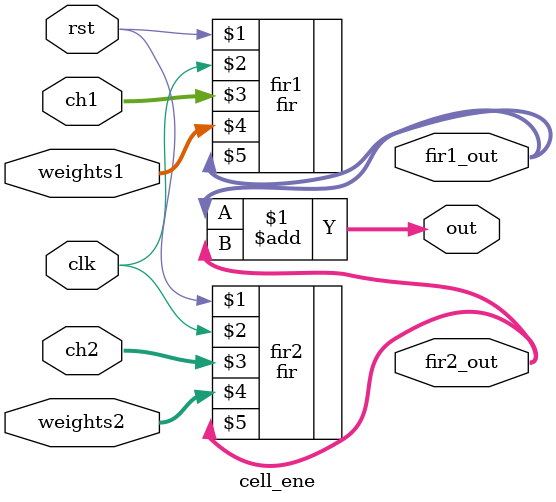
<source format=v>

module cell_ene
(
	input                rst, clk,
	input         [ 7:0] ch1, ch2,
	input			  [69:0] weights1,
	input 		  [69:0] weights2,
	output signed [18:0] out,
	output signed [17:0] fir1_out,
	output signed [17:0] fir2_out
);

/*
wire signed [17:0] fir1_out;
wire signed [17:0] fir2_out;
*/

fir fir1(rst, clk, ch1, weights1, fir1_out);
fir fir2(rst, clk, ch2, weights2, fir2_out);

assign out = fir1_out+fir2_out;

endmodule 
</source>
